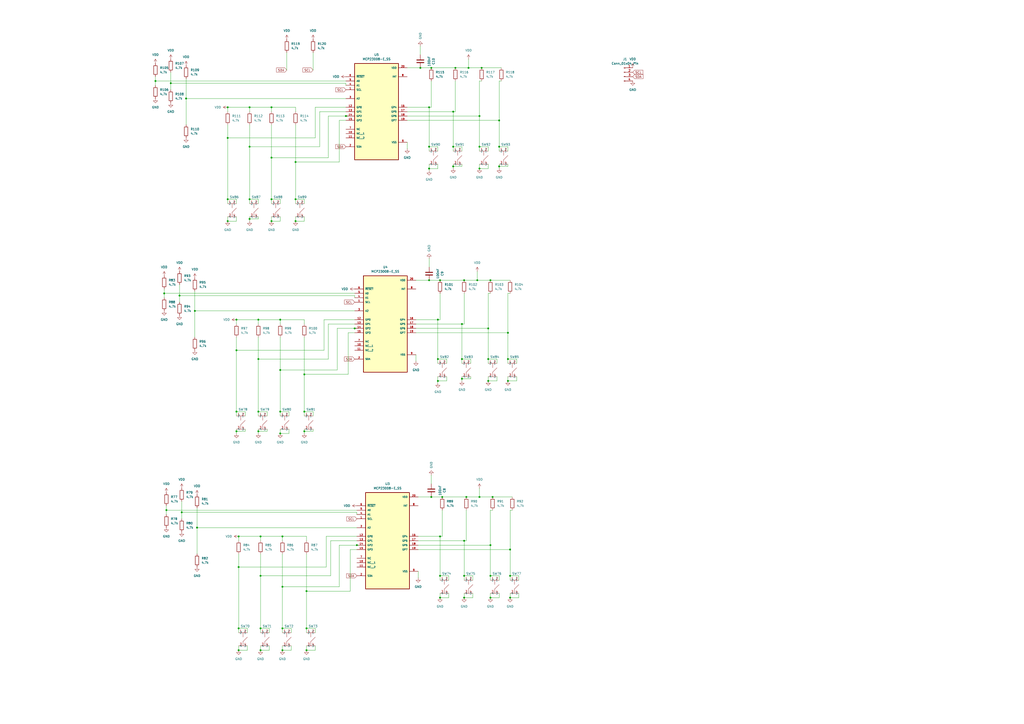
<source format=kicad_sch>
(kicad_sch (version 20250114) (generator "eeschema") (generator_version "9.0")
  (paper "A2")
  (junction (at 132.08 80.01))
  (junction (at 149.86 208.28))
  (junction (at 284.48 162.56))
  (junction (at 289.56 85.09))
  (junction (at 171.45 128.27))
  (junction (at 248.92 62.23))
  (junction (at 137.16 203.2))
  (junction (at 289.56 69.85))
  (junction (at 138.43 328.93))
  (junction (at 137.16 185.42))
  (junction (at 267.97 208.28))
  (junction (at 283.21 208.28))
  (junction (at 171.45 93.98))
  (junction (at 107.95 57.15))
  (junction (at 255.27 334.01))
  (junction (at 276.86 162.56))
  (junction (at 243.84 39.37))
  (junction (at 294.64 220.98))
  (junction (at 284.48 346.71))
  (junction (at 284.48 316.23))
  (junction (at 262.89 64.77))
  (junction (at 138.43 311.15))
  (junction (at 163.83 377.19))
  (junction (at 157.48 128.27))
  (junction (at 149.86 185.42))
  (junction (at 138.43 364.49))
  (junction (at 283.21 220.98))
  (junction (at 176.53 250.19))
  (junction (at 137.16 250.19))
  (junction (at 269.24 313.69))
  (junction (at 270.51 288.29))
  (junction (at 132.08 128.27))
  (junction (at 295.91 334.01))
  (junction (at 132.08 62.23))
  (junction (at 132.08 115.57))
  (junction (at 248.92 162.56))
  (junction (at 105.41 297.18))
  (junction (at 278.13 97.79))
  (junction (at 157.48 115.57))
  (junction (at 163.83 340.36))
  (junction (at 207.01 316.23))
  (junction (at 256.54 288.29))
  (junction (at 295.91 346.71))
  (junction (at 177.8 342.9))
  (junction (at 269.24 162.56))
  (junction (at 250.19 288.29))
  (junction (at 255.27 346.71))
  (junction (at 254 208.28))
  (junction (at 289.56 96.52))
  (junction (at 176.53 217.17))
  (junction (at 278.13 85.09))
  (junction (at 294.64 193.04))
  (junction (at 162.56 185.42))
  (junction (at 113.03 180.34))
  (junction (at 114.3 306.07))
  (junction (at 151.13 377.19))
  (junction (at 284.48 334.01))
  (junction (at 250.19 39.37))
  (junction (at 267.97 187.96))
  (junction (at 104.14 171.45))
  (junction (at 95.25 170.18))
  (junction (at 248.92 85.09))
  (junction (at 264.16 39.37))
  (junction (at 157.48 91.44))
  (junction (at 99.06 48.26))
  (junction (at 162.56 238.76))
  (junction (at 278.13 288.29))
  (junction (at 151.13 311.15))
  (junction (at 149.86 250.19))
  (junction (at 177.8 377.19))
  (junction (at 144.78 62.23))
  (junction (at 144.78 115.57))
  (junction (at 248.92 97.79))
  (junction (at 138.43 377.19))
  (junction (at 267.97 219.71))
  (junction (at 278.13 67.31))
  (junction (at 205.74 190.5))
  (junction (at 294.64 208.28))
  (junction (at 176.53 238.76))
  (junction (at 295.91 318.77))
  (junction (at 285.75 288.29))
  (junction (at 279.4 39.37))
  (junction (at 162.56 214.63))
  (junction (at 96.52 295.91))
  (junction (at 162.56 251.46))
  (junction (at 255.27 311.15))
  (junction (at 163.83 311.15))
  (junction (at 283.21 190.5))
  (junction (at 90.17 46.99))
  (junction (at 151.13 364.49))
  (junction (at 254 185.42))
  (junction (at 137.16 238.76))
  (junction (at 262.89 85.09))
  (junction (at 269.24 334.01))
  (junction (at 163.83 364.49))
  (junction (at 144.78 127))
  (junction (at 144.78 85.09))
  (junction (at 269.24 346.71))
  (junction (at 255.27 162.56))
  (junction (at 271.78 39.37))
  (junction (at 157.48 62.23))
  (junction (at 254 220.98))
  (junction (at 171.45 115.57))
  (junction (at 200.66 67.31))
  (junction (at 151.13 334.01))
  (junction (at 149.86 238.76))
  (junction (at 262.89 96.52))
  (junction (at 177.8 364.49))
  (wire (pts (xy 144.78 85.09) (xy 144.78 115.57)))
  (wire (pts (xy 149.86 208.28) (xy 149.86 238.76)))
  (wire (pts (xy 241.3 162.56) (xy 248.92 162.56)))
  (wire (pts (xy 205.74 185.42) (xy 187.96 185.42)))
  (wire (pts (xy 176.53 238.76) (xy 181.61 238.76)))
  (wire (pts (xy 138.43 311.15) (xy 138.43 313.69)))
  (wire (pts (xy 295.91 295.91) (xy 295.91 318.77)))
  (wire (pts (xy 283.21 87.63) (xy 283.21 85.09)))
  (wire (pts (xy 114.3 306.07) (xy 114.3 321.31)))
  (wire (pts (xy 207.01 190.5) (xy 205.74 190.5)))
  (wire (pts (xy 269.24 313.69) (xy 269.24 334.01)))
  (wire (pts (xy 283.21 170.18) (xy 283.21 190.5)))
  (wire (pts (xy 241.3 205.74) (xy 241.3 209.55)))
  (wire (pts (xy 269.24 170.18) (xy 269.24 187.96)))
  (wire (pts (xy 284.48 162.56) (xy 295.91 162.56)))
  (wire (pts (xy 191.77 334.01) (xy 191.77 313.69)))
  (wire (pts (xy 264.16 39.37) (xy 271.78 39.37)))
  (wire (pts (xy 294.64 87.63) (xy 294.64 85.09)))
  (wire (pts (xy 162.56 185.42) (xy 149.86 185.42)))
  (wire (pts (xy 107.95 57.15) (xy 200.66 57.15)))
  (wire (pts (xy 157.48 62.23) (xy 144.78 62.23)))
  (wire (pts (xy 163.83 321.31) (xy 163.83 340.36)))
  (wire (pts (xy 201.93 67.31) (xy 200.66 67.31)))
  (wire (pts (xy 278.13 288.29) (xy 285.75 288.29)))
  (wire (pts (xy 149.86 195.58) (xy 149.86 208.28)))
  (wire (pts (xy 138.43 321.31) (xy 138.43 328.93)))
  (wire (pts (xy 156.21 374.65) (xy 156.21 377.19)))
  (wire (pts (xy 138.43 374.65) (xy 138.43 377.19)))
  (wire (pts (xy 149.86 185.42) (xy 149.86 187.96)))
  (wire (pts (xy 262.89 96.52) (xy 267.97 96.52)))
  (wire (pts (xy 255.27 344.17) (xy 255.27 346.71)))
  (wire (pts (xy 289.56 96.52) (xy 289.56 97.79)))
  (wire (pts (xy 256.54 295.91) (xy 256.54 311.15)))
  (wire (pts (xy 294.64 95.25) (xy 294.64 96.52)))
  (wire (pts (xy 162.56 238.76) (xy 162.56 241.3)))
  (wire (pts (xy 162.56 125.73) (xy 162.56 128.27)))
  (wire (pts (xy 248.92 95.25) (xy 248.92 97.79)))
  (wire (pts (xy 248.92 97.79) (xy 248.92 99.06)))
  (wire (pts (xy 144.78 115.57) (xy 149.86 115.57)))
  (wire (pts (xy 181.61 248.92) (xy 181.61 250.19)))
  (wire (pts (xy 185.42 64.77) (xy 200.66 64.77)))
  (wire (pts (xy 295.91 344.17) (xy 295.91 346.71)))
  (wire (pts (xy 142.24 248.92) (xy 142.24 250.19)))
  (wire (pts (xy 154.94 248.92) (xy 154.94 250.19)))
  (wire (pts (xy 137.16 250.19) (xy 137.16 251.46)))
  (wire (pts (xy 99.06 48.26) (xy 99.06 52.07)))
  (wire (pts (xy 254 220.98) (xy 254 222.25)))
  (wire (pts (xy 138.43 328.93) (xy 189.23 328.93)))
  (wire (pts (xy 176.53 238.76) (xy 176.53 241.3)))
  (wire (pts (xy 149.86 208.28) (xy 190.5 208.28)))
  (wire (pts (xy 236.22 39.37) (xy 243.84 39.37)))
  (wire (pts (xy 176.53 185.42) (xy 162.56 185.42)))
  (wire (pts (xy 276.86 157.48) (xy 276.86 162.56)))
  (wire (pts (xy 254 95.25) (xy 254 97.79)))
  (wire (pts (xy 157.48 91.44) (xy 157.48 115.57)))
  (wire (pts (xy 294.64 193.04) (xy 294.64 208.28)))
  (wire (pts (xy 151.13 311.15) (xy 138.43 311.15)))
  (wire (pts (xy 267.97 219.71) (xy 273.05 219.71)))
  (wire (pts (xy 267.97 208.28) (xy 273.05 208.28)))
  (wire (pts (xy 278.13 85.09) (xy 283.21 85.09)))
  (wire (pts (xy 299.72 218.44) (xy 299.72 220.98)))
  (wire (pts (xy 248.92 62.23) (xy 250.19 62.23)))
  (wire (pts (xy 157.48 128.27) (xy 162.56 128.27)))
  (wire (pts (xy 171.45 115.57) (xy 176.53 115.57)))
  (wire (pts (xy 105.41 297.18) (xy 207.01 297.18)))
  (wire (pts (xy 271.78 34.29) (xy 271.78 39.37)))
  (wire (pts (xy 289.56 85.09) (xy 289.56 87.63)))
  (wire (pts (xy 163.83 374.65) (xy 163.83 377.19)))
  (wire (pts (xy 149.86 185.42) (xy 137.16 185.42)))
  (wire (pts (xy 278.13 283.21) (xy 278.13 288.29)))
  (wire (pts (xy 254 185.42) (xy 254 208.28)))
  (wire (pts (xy 144.78 62.23) (xy 132.08 62.23)))
  (wire (pts (xy 96.52 295.91) (xy 96.52 298.45)))
  (wire (pts (xy 144.78 125.73) (xy 144.78 127)))
  (wire (pts (xy 260.35 344.17) (xy 260.35 346.71)))
  (wire (pts (xy 260.35 336.55) (xy 260.35 334.01)))
  (wire (pts (xy 176.53 250.19) (xy 176.53 251.46)))
  (wire (pts (xy 171.45 128.27) (xy 176.53 128.27)))
  (wire (pts (xy 90.17 46.99) (xy 90.17 49.53)))
  (wire (pts (xy 137.16 128.27) (xy 132.08 128.27)))
  (wire (pts (xy 149.86 248.92) (xy 149.86 250.19)))
  (wire (pts (xy 283.21 208.28) (xy 288.29 208.28)))
  (wire (pts (xy 273.05 218.44) (xy 273.05 219.71)))
  (wire (pts (xy 196.85 316.23) (xy 196.85 340.36)))
  (wire (pts (xy 289.56 46.99) (xy 290.83 46.99)))
  (wire (pts (xy 171.45 115.57) (xy 171.45 118.11)))
  (wire (pts (xy 176.53 118.11) (xy 176.53 115.57)))
  (wire (pts (xy 200.66 67.31) (xy 190.5 67.31)))
  (wire (pts (xy 162.56 214.63) (xy 162.56 238.76)))
  (wire (pts (xy 190.5 208.28) (xy 190.5 187.96)))
  (wire (pts (xy 171.45 125.73) (xy 171.45 128.27)))
  (wire (pts (xy 151.13 377.19) (xy 156.21 377.19)))
  (wire (pts (xy 207.01 311.15) (xy 189.23 311.15)))
  (wire (pts (xy 157.48 115.57) (xy 157.48 118.11)))
  (wire (pts (xy 255.27 334.01) (xy 255.27 336.55)))
  (wire (pts (xy 248.92 162.56) (xy 255.27 162.56)))
  (wire (pts (xy 177.8 377.19) (xy 182.88 377.19)))
  (wire (pts (xy 288.29 210.82) (xy 288.29 208.28)))
  (wire (pts (xy 163.83 311.15) (xy 151.13 311.15)))
  (wire (pts (xy 289.56 95.25) (xy 289.56 96.52)))
  (wire (pts (xy 255.27 334.01) (xy 260.35 334.01)))
  (wire (pts (xy 242.57 318.77) (xy 295.91 318.77)))
  (wire (pts (xy 149.86 118.11) (xy 149.86 115.57)))
  (wire (pts (xy 278.13 97.79) (xy 283.21 97.79)))
  (wire (pts (xy 143.51 374.65) (xy 143.51 377.19)))
  (wire (pts (xy 289.56 96.52) (xy 294.64 96.52)))
  (wire (pts (xy 144.78 85.09) (xy 185.42 85.09)))
  (wire (pts (xy 137.16 250.19) (xy 142.24 250.19)))
  (wire (pts (xy 289.56 344.17) (xy 289.56 346.71)))
  (wire (pts (xy 176.53 250.19) (xy 181.61 250.19)))
  (wire (pts (xy 207.01 297.18) (xy 207.01 298.45)))
  (wire (pts (xy 300.99 336.55) (xy 300.99 334.01)))
  (wire (pts (xy 260.35 346.71) (xy 255.27 346.71)))
  (wire (pts (xy 151.13 321.31) (xy 151.13 334.01)))
  (wire (pts (xy 95.25 167.64) (xy 95.25 170.18)))
  (wire (pts (xy 191.77 313.69) (xy 207.01 313.69)))
  (wire (pts (xy 151.13 364.49) (xy 156.21 364.49)))
  (wire (pts (xy 162.56 238.76) (xy 167.64 238.76)))
  (wire (pts (xy 171.45 72.39) (xy 171.45 93.98)))
  (wire (pts (xy 177.8 374.65) (xy 177.8 377.19)))
  (wire (pts (xy 273.05 210.82) (xy 273.05 208.28)))
  (wire (pts (xy 113.03 168.91) (xy 113.03 180.34)))
  (wire (pts (xy 177.8 311.15) (xy 177.8 313.69)))
  (wire (pts (xy 182.88 367.03) (xy 182.88 364.49)))
  (wire (pts (xy 295.91 334.01) (xy 295.91 336.55)))
  (wire (pts (xy 149.86 127) (xy 144.78 127)))
  (wire (pts (xy 168.91 367.03) (xy 168.91 364.49)))
  (wire (pts (xy 236.22 69.85) (xy 289.56 69.85)))
  (wire (pts (xy 190.5 187.96) (xy 205.74 187.96)))
  (wire (pts (xy 236.22 82.55) (xy 236.22 86.36)))
  (wire (pts (xy 254 208.28) (xy 254 210.82)))
  (wire (pts (xy 279.4 39.37) (xy 290.83 39.37)))
  (wire (pts (xy 283.21 218.44) (xy 283.21 220.98)))
  (wire (pts (xy 142.24 241.3) (xy 142.24 238.76)))
  (wire (pts (xy 144.78 127) (xy 144.78 128.27)))
  (wire (pts (xy 162.56 185.42) (xy 162.56 187.96)))
  (wire (pts (xy 137.16 185.42) (xy 137.16 187.96)))
  (wire (pts (xy 207.01 318.77) (xy 203.2 318.77)))
  (wire (pts (xy 205.74 193.04) (xy 201.93 193.04)))
  (wire (pts (xy 176.53 195.58) (xy 176.53 217.17)))
  (wire (pts (xy 181.61 30.48) (xy 181.61 40.64)))
  (wire (pts (xy 176.53 125.73) (xy 176.53 128.27)))
  (wire (pts (xy 104.14 171.45) (xy 205.74 171.45)))
  (wire (pts (xy 144.78 115.57) (xy 144.78 118.11)))
  (wire (pts (xy 205.74 190.5) (xy 195.58 190.5)))
  (wire (pts (xy 208.28 316.23) (xy 207.01 316.23)))
  (wire (pts (xy 167.64 241.3) (xy 167.64 238.76)))
  (wire (pts (xy 157.48 125.73) (xy 157.48 128.27)))
  (wire (pts (xy 138.43 328.93) (xy 138.43 364.49)))
  (wire (pts (xy 201.93 193.04) (xy 201.93 217.17)))
  (wire (pts (xy 151.13 334.01) (xy 151.13 364.49)))
  (wire (pts (xy 149.86 238.76) (xy 154.94 238.76)))
  (wire (pts (xy 207.01 316.23) (xy 196.85 316.23)))
  (wire (pts (xy 243.84 39.37) (xy 250.19 39.37)))
  (wire (pts (xy 96.52 295.91) (xy 207.01 295.91)))
  (wire (pts (xy 255.27 311.15) (xy 256.54 311.15)))
  (wire (pts (xy 274.32 344.17) (xy 274.32 346.71)))
  (wire (pts (xy 241.3 185.42) (xy 254 185.42)))
  (wire (pts (xy 151.13 374.65) (xy 151.13 377.19)))
  (wire (pts (xy 242.57 316.23) (xy 284.48 316.23)))
  (wire (pts (xy 289.56 85.09) (xy 294.64 85.09)))
  (wire (pts (xy 157.48 62.23) (xy 157.48 64.77)))
  (wire (pts (xy 104.14 171.45) (xy 104.14 175.26)))
  (wire (pts (xy 200.66 62.23) (xy 182.88 62.23)))
  (wire (pts (xy 163.83 340.36) (xy 196.85 340.36)))
  (wire (pts (xy 262.89 64.77) (xy 264.16 64.77)))
  (wire (pts (xy 132.08 80.01) (xy 182.88 80.01)))
  (wire (pts (xy 259.08 220.98) (xy 254 220.98)))
  (wire (pts (xy 269.24 344.17) (xy 269.24 346.71)))
  (wire (pts (xy 162.56 214.63) (xy 195.58 214.63)))
  (wire (pts (xy 283.21 220.98) (xy 288.29 220.98)))
  (wire (pts (xy 132.08 125.73) (xy 132.08 128.27)))
  (wire (pts (xy 284.48 316.23) (xy 284.48 334.01)))
  (wire (pts (xy 157.48 115.57) (xy 162.56 115.57)))
  (wire (pts (xy 171.45 93.98) (xy 171.45 115.57)))
  (wire (pts (xy 269.24 334.01) (xy 274.32 334.01)))
  (wire (pts (xy 201.93 217.17) (xy 176.53 217.17)))
  (wire (pts (xy 254 185.42) (xy 255.27 185.42)))
  (wire (pts (xy 262.89 85.09) (xy 267.97 85.09)))
  (wire (pts (xy 289.56 336.55) (xy 289.56 334.01)))
  (wire (pts (xy 107.95 57.15) (xy 107.95 72.39)))
  (wire (pts (xy 259.08 218.44) (xy 259.08 220.98)))
  (wire (pts (xy 144.78 62.23) (xy 144.78 64.77)))
  (wire (pts (xy 149.86 238.76) (xy 149.86 241.3)))
  (wire (pts (xy 278.13 67.31) (xy 278.13 85.09)))
  (wire (pts (xy 276.86 162.56) (xy 284.48 162.56)))
  (wire (pts (xy 114.3 306.07) (xy 207.01 306.07)))
  (wire (pts (xy 241.3 193.04) (xy 294.64 193.04)))
  (wire (pts (xy 242.57 311.15) (xy 255.27 311.15)))
  (wire (pts (xy 138.43 364.49) (xy 138.43 367.03)))
  (wire (pts (xy 196.85 69.85) (xy 196.85 93.98)))
  (wire (pts (xy 254 97.79) (xy 248.92 97.79)))
  (wire (pts (xy 200.66 69.85) (xy 196.85 69.85)))
  (wire (pts (xy 163.83 377.19) (xy 168.91 377.19)))
  (wire (pts (xy 267.97 87.63) (xy 267.97 85.09)))
  (wire (pts (xy 284.48 334.01) (xy 289.56 334.01)))
  (wire (pts (xy 256.54 288.29) (xy 270.51 288.29)))
  (wire (pts (xy 241.3 190.5) (xy 283.21 190.5)))
  (wire (pts (xy 132.08 115.57) (xy 137.16 115.57)))
  (wire (pts (xy 295.91 318.77) (xy 295.91 334.01)))
  (wire (pts (xy 241.3 187.96) (xy 267.97 187.96)))
  (wire (pts (xy 267.97 219.71) (xy 267.97 220.98)))
  (wire (pts (xy 274.32 336.55) (xy 274.32 334.01)))
  (wire (pts (xy 278.13 46.99) (xy 279.4 46.99)))
  (wire (pts (xy 264.16 46.99) (xy 264.16 64.77)))
  (wire (pts (xy 270.51 288.29) (xy 278.13 288.29)))
  (wire (pts (xy 278.13 46.99) (xy 278.13 67.31)))
  (wire (pts (xy 248.92 85.09) (xy 254 85.09)))
  (wire (pts (xy 267.97 187.96) (xy 267.97 208.28)))
  (wire (pts (xy 185.42 85.09) (xy 185.42 64.77)))
  (wire (pts (xy 255.27 162.56) (xy 269.24 162.56)))
  (wire (pts (xy 262.89 85.09) (xy 262.89 87.63)))
  (wire (pts (xy 250.19 39.37) (xy 264.16 39.37)))
  (wire (pts (xy 243.84 26.67) (xy 243.84 31.75)))
  (wire (pts (xy 274.32 346.71) (xy 269.24 346.71)))
  (wire (pts (xy 254 208.28) (xy 259.08 208.28)))
  (wire (pts (xy 284.48 295.91) (xy 285.75 295.91)))
  (wire (pts (xy 250.19 288.29) (xy 256.54 288.29)))
  (wire (pts (xy 151.13 334.01) (xy 191.77 334.01)))
  (wire (pts (xy 300.99 346.71) (xy 295.91 346.71)))
  (wire (pts (xy 284.48 295.91) (xy 284.48 316.23)))
  (wire (pts (xy 248.92 62.23) (xy 248.92 85.09)))
  (wire (pts (xy 255.27 170.18) (xy 255.27 185.42)))
  (wire (pts (xy 283.21 208.28) (xy 283.21 210.82)))
  (wire (pts (xy 163.83 311.15) (xy 163.83 313.69)))
  (wire (pts (xy 289.56 46.99) (xy 289.56 69.85)))
  (wire (pts (xy 162.56 118.11) (xy 162.56 115.57)))
  (wire (pts (xy 182.88 62.23) (xy 182.88 80.01)))
  (wire (pts (xy 269.24 313.69) (xy 270.51 313.69)))
  (wire (pts (xy 113.03 180.34) (xy 113.03 195.58)))
  (wire (pts (xy 105.41 297.18) (xy 105.41 300.99)))
  (wire (pts (xy 171.45 62.23) (xy 157.48 62.23)))
  (wire (pts (xy 132.08 72.39) (xy 132.08 80.01)))
  (wire (pts (xy 177.8 364.49) (xy 177.8 367.03)))
  (wire (pts (xy 236.22 64.77) (xy 262.89 64.77)))
  (wire (pts (xy 171.45 62.23) (xy 171.45 64.77)))
  (wire (pts (xy 151.13 364.49) (xy 151.13 367.03)))
  (wire (pts (xy 137.16 238.76) (xy 142.24 238.76)))
  (wire (pts (xy 99.06 41.91) (xy 99.06 48.26)))
  (wire (pts (xy 200.66 48.26) (xy 200.66 49.53)))
  (wire (pts (xy 267.97 218.44) (xy 267.97 219.71)))
  (wire (pts (xy 176.53 185.42) (xy 176.53 187.96)))
  (wire (pts (xy 182.88 374.65) (xy 182.88 377.19)))
  (wire (pts (xy 195.58 190.5) (xy 195.58 214.63)))
  (wire (pts (xy 156.21 367.03) (xy 156.21 364.49)))
  (wire (pts (xy 177.8 364.49) (xy 182.88 364.49)))
  (wire (pts (xy 157.48 72.39) (xy 157.48 91.44)))
  (wire (pts (xy 294.64 208.28) (xy 294.64 210.82)))
  (wire (pts (xy 203.2 318.77) (xy 203.2 342.9)))
  (wire (pts (xy 250.19 46.99) (xy 250.19 62.23)))
  (wire (pts (xy 104.14 165.1) (xy 104.14 171.45)))
  (wire (pts (xy 294.64 170.18) (xy 294.64 193.04)))
  (wire (pts (xy 205.74 171.45) (xy 205.74 172.72)))
  (wire (pts (xy 162.56 248.92) (xy 162.56 251.46)))
  (wire (pts (xy 95.25 170.18) (xy 95.25 172.72)))
  (wire (pts (xy 177.8 342.9) (xy 177.8 364.49)))
  (wire (pts (xy 278.13 85.09) (xy 278.13 87.63)))
  (wire (pts (xy 154.94 241.3) (xy 154.94 238.76)))
  (wire (pts (xy 236.22 67.31) (xy 278.13 67.31)))
  (wire (pts (xy 132.08 115.57) (xy 132.08 118.11)))
  (wire (pts (xy 288.29 218.44) (xy 288.29 220.98)))
  (wire (pts (xy 300.99 344.17) (xy 300.99 346.71)))
  (wire (pts (xy 289.56 346.71) (xy 284.48 346.71)))
  (wire (pts (xy 137.16 248.92) (xy 137.16 250.19)))
  (wire (pts (xy 262.89 95.25) (xy 262.89 96.52)))
  (wire (pts (xy 267.97 208.28) (xy 267.97 210.82)))
  (wire (pts (xy 132.08 62.23) (xy 132.08 64.77)))
  (wire (pts (xy 167.64 251.46) (xy 162.56 251.46)))
  (wire (pts (xy 285.75 288.29) (xy 297.18 288.29)))
  (wire (pts (xy 259.08 210.82) (xy 259.08 208.28)))
  (wire (pts (xy 242.57 288.29) (xy 250.19 288.29)))
  (wire (pts (xy 114.3 294.64) (xy 114.3 306.07)))
  (wire (pts (xy 284.48 334.01) (xy 284.48 336.55)))
  (wire (pts (xy 138.43 364.49) (xy 143.51 364.49)))
  (wire (pts (xy 203.2 342.9) (xy 177.8 342.9)))
  (wire (pts (xy 278.13 95.25) (xy 278.13 97.79)))
  (wire (pts (xy 132.08 80.01) (xy 132.08 115.57)))
  (wire (pts (xy 96.52 293.37) (xy 96.52 295.91)))
  (wire (pts (xy 90.17 46.99) (xy 200.66 46.99)))
  (wire (pts (xy 294.64 170.18) (xy 295.91 170.18)))
  (wire (pts (xy 267.97 95.25) (xy 267.97 96.52)))
  (wire (pts (xy 137.16 125.73) (xy 137.16 128.27)))
  (wire (pts (xy 137.16 195.58) (xy 137.16 203.2)))
  (wire (pts (xy 137.16 238.76) (xy 137.16 241.3)))
  (wire (pts (xy 90.17 44.45) (xy 90.17 46.99)))
  (wire (pts (xy 166.37 30.48) (xy 166.37 40.64)))
  (wire (pts (xy 95.25 170.18) (xy 205.74 170.18)))
  (wire (pts (xy 190.5 67.31) (xy 190.5 91.44)))
  (wire (pts (xy 162.56 195.58) (xy 162.56 214.63)))
  (wire (pts (xy 295.91 334.01) (xy 300.99 334.01)))
  (wire (pts (xy 267.97 187.96) (xy 269.24 187.96)))
  (wire (pts (xy 163.83 364.49) (xy 163.83 367.03)))
  (wire (pts (xy 294.64 218.44) (xy 294.64 220.98)))
  (wire (pts (xy 176.53 217.17) (xy 176.53 238.76)))
  (wire (pts (xy 176.53 248.92) (xy 176.53 250.19)))
  (wire (pts (xy 149.86 125.73) (xy 149.86 127)))
  (wire (pts (xy 144.78 72.39) (xy 144.78 85.09)))
  (wire (pts (xy 187.96 185.42) (xy 187.96 203.2)))
  (wire (pts (xy 283.21 95.25) (xy 283.21 97.79)))
  (wire (pts (xy 283.21 190.5) (xy 283.21 208.28)))
  (wire (pts (xy 254 87.63) (xy 254 85.09)))
  (wire (pts (xy 177.8 321.31) (xy 177.8 342.9)))
  (wire (pts (xy 143.51 367.03) (xy 143.51 364.49)))
  (wire (pts (xy 189.23 311.15) (xy 189.23 328.93)))
  (wire (pts (xy 254 218.44) (xy 254 220.98)))
  (wire (pts (xy 262.89 96.52) (xy 262.89 97.79)))
  (wire (pts (xy 271.78 39.37) (xy 279.4 39.37)))
  (wire (pts (xy 295.91 295.91) (xy 297.18 295.91)))
  (wire (pts (xy 99.06 48.26) (xy 200.66 48.26)))
  (wire (pts (xy 242.57 313.69) (xy 269.24 313.69)))
  (wire (pts (xy 283.21 170.18) (xy 284.48 170.18)))
  (wire (pts (xy 107.95 45.72) (xy 107.95 57.15)))
  (wire (pts (xy 294.64 208.28) (xy 299.72 208.28)))
  (wire (pts (xy 270.51 295.91) (xy 270.51 313.69)))
  (wire (pts (xy 269.24 334.01) (xy 269.24 336.55)))
  (wire (pts (xy 105.41 290.83) (xy 105.41 297.18)))
  (wire (pts (xy 289.56 69.85) (xy 289.56 85.09)))
  (wire (pts (xy 181.61 241.3) (xy 181.61 238.76)))
  (wire (pts (xy 294.64 220.98) (xy 299.72 220.98)))
  (wire (pts (xy 163.83 340.36) (xy 163.83 364.49)))
  (wire (pts (xy 269.24 162.56) (xy 276.86 162.56)))
  (wire (pts (xy 149.86 250.19) (xy 154.94 250.19)))
  (wire (pts (xy 151.13 311.15) (xy 151.13 313.69)))
  (wire (pts (xy 299.72 210.82) (xy 299.72 208.28)))
  (wire (pts (xy 250.19 275.59) (xy 250.19 280.67)))
  (wire (pts (xy 248.92 149.86) (xy 248.92 154.94)))
  (wire (pts (xy 149.86 250.19) (xy 149.86 251.46)))
  (wire (pts (xy 157.48 91.44) (xy 190.5 91.44)))
  (wire (pts (xy 113.03 180.34) (xy 205.74 180.34)))
  (wire (pts (xy 262.89 64.77) (xy 262.89 85.09)))
  (wire (pts (xy 137.16 118.11) (xy 137.16 115.57)))
  (wire (pts (xy 137.16 203.2) (xy 187.96 203.2)))
  (wire (pts (xy 138.43 377.19) (xy 143.51 377.19)))
  (wire (pts (xy 163.83 364.49) (xy 168.91 364.49)))
  (wire (pts (xy 236.22 62.23) (xy 248.92 62.23)))
  (wire (pts (xy 255.27 311.15) (xy 255.27 334.01)))
  (wire (pts (xy 137.16 203.2) (xy 137.16 238.76)))
  (wire (pts (xy 242.57 331.47) (xy 242.57 335.28)))
  (wire (pts (xy 284.48 344.17) (xy 284.48 346.71)))
  (wire (pts (xy 196.85 93.98) (xy 171.45 93.98)))
  (wire (pts (xy 167.64 248.92) (xy 167.64 251.46)))
  (wire (pts (xy 177.8 311.15) (xy 163.83 311.15)))
  (wire (pts (xy 248.92 85.09) (xy 248.92 87.63)))
  (wire (pts (xy 168.91 374.65) (xy 168.91 377.19)))
  (global_label "SDA" (shape input) (at 207.01 334.01 180) (property "Intersheetrefs" "${INTERSHEET_REFS}" (effects (hide yes))))
  (global_label "SDA" (shape input) (at 205.74 208.28 180) (property "Intersheetrefs" "${INTERSHEET_REFS}" (effects (hide yes))))
  (global_label "SDA" (shape input) (at 166.37 40.64 180) (property "Intersheetrefs" "${INTERSHEET_REFS}" (effects (hide yes))))
  (global_label "SCL" (shape input) (at 207.01 300.99 180) (property "Intersheetrefs" "${INTERSHEET_REFS}" (effects (hide yes))))
  (global_label "SCL" (shape input) (at 181.61 40.64 180) (property "Intersheetrefs" "${INTERSHEET_REFS}" (effects (hide yes))))
  (global_label "SDA" (shape input) (at 367.03 44.45 0) (property "Intersheetrefs" "${INTERSHEET_REFS}" (effects (hide yes))))
  (global_label "SCL" (shape input) (at 200.66 52.07 180) (property "Intersheetrefs" "${INTERSHEET_REFS}" (effects (hide yes))))
  (global_label "SCL" (shape input) (at 367.03 41.91 0) (property "Intersheetrefs" "${INTERSHEET_REFS}" (effects (hide yes))))
  (global_label "SCL" (shape input) (at 205.74 175.26 180) (property "Intersheetrefs" "${INTERSHEET_REFS}" (effects (hide yes))))
  (global_label "SDA" (shape input) (at 200.66 85.09 180) (property "Intersheetrefs" "${INTERSHEET_REFS}" (effects (hide yes))))
  (symbol (lib_id "Device:R") (at 264.16 43.18 0) (unit 1)
    (property "Reference" "R116" (at 266.7 41.9099 0) (effects (justify left)))
    (property "Value" "4.7k" (at 266.7 44.4499 0) (effects (justify left)))
    (property "Footprint" "Resistor_SMD:R_0201_0603Metric" (effects (hide yes)))
    (property "Description" "Resistor" (effects (hide yes)))
  )
  (symbol (lib_id "power:GND") (at 294.64 220.98 0) (unit 1)
    (property "Reference" "#PWR0134" (effects (hide yes)))
    (property "Value" "GND" (at 294.64 226.06 0))
    (property "Description" "Power symbol creates a global label with name \"GND\" , ground" (effects (hide yes)))
  )
  (symbol (lib_id "power:GND") (at 367.03 46.99 0) (unit 1)
    (property "Reference" "#PWR0166" (effects (hide yes)))
    (property "Value" "GND" (at 367.03 52.07 0))
    (property "Description" "Power symbol creates a global label with name \"GND\" , ground" (effects (hide yes)))
  )
  (symbol (lib_id "Device:R") (at 96.52 289.56 0) (unit 1)
    (property "Reference" "R77" (at 99.06 288.2899 0) (effects (justify left)))
    (property "Value" "4.7k" (at 99.06 290.8299 0) (effects (justify left)))
    (property "Footprint" "Resistor_SMD:R_0201_0603Metric" (effects (hide yes)))
    (property "Description" "Resistor" (effects (hide yes)))
  )
  (symbol (lib_id "Device:R") (at 162.56 191.77 0) (unit 1)
    (property "Reference" "R99" (at 165.1 190.4999 0) (effects (justify left)))
    (property "Value" "4.7k" (at 165.1 193.0399 0) (effects (justify left)))
    (property "Footprint" "Resistor_SMD:R_0201_0603Metric" (effects (hide yes)))
    (property "Description" "Resistor" (effects (hide yes)))
  )
  (symbol (lib_id "power:GND") (at 104.14 182.88 0) (unit 1)
    (property "Reference" "#PWR0119" (effects (hide yes)))
    (property "Value" "GND" (at 104.14 187.96 0))
    (property "Description" "Power symbol creates a global label with name \"GND\" , ground" (effects (hide yes)))
  )
  (symbol (lib_id "power:GND") (at 157.48 128.27 0) (unit 1)
    (property "Reference" "#PWR0144" (effects (hide yes)))
    (property "Value" "GND" (at 157.48 133.35 0))
    (property "Description" "Power symbol creates a global label with name \"GND\" , ground" (effects (hide yes)))
  )
  (symbol (lib_id "TPS530:PTS530") (at 256.54 214.63 0) (unit 1)
    (property "Reference" "SW82" (at 257.81 207.01 0))
    (property "Value" "~" (at 257.81 209.55 0))
    (property "Footprint" "Library:PTS530" (effects (hide yes)))
  )
  (symbol (lib_id "power:VCC") (at 181.61 22.86 0) (unit 1)
    (property "Reference" "#PWR0155" (effects (hide yes)))
    (property "Value" "VDD" (at 181.61 17.78 0))
    (property "Description" "Power symbol creates a global label with name \"VCC\"" (effects (hide yes)))
  )
  (symbol (lib_id "MCP23008-E_SS:MCP23008-E_SS") (at 224.79 311.15 0) (unit 1)
    (property "Reference" "U3" (at 224.79 280.67 0))
    (property "Value" "MCP23008-E_SS" (at 224.79 283.21 0))
    (property "Footprint" "MCP23008-E_SS:SOP65P780X200-20N" (effects (hide yes)))
  )
  (symbol (lib_id "TPS530:PTS530") (at 265.43 91.44 0) (unit 1)
    (property "Reference" "SW91" (at 266.7 83.82 0))
    (property "Value" "~" (at 266.7 86.36 0))
    (property "Footprint" "Library:PTS530" (effects (hide yes)))
  )
  (symbol (lib_id "TPS530:PTS530") (at 257.81 340.36 0) (unit 1)
    (property "Reference" "SW74" (at 259.08 332.74 0))
    (property "Value" "~" (at 259.08 335.28 0))
    (property "Footprint" "Library:PTS530" (effects (hide yes)))
  )
  (symbol (lib_id "power:VCC") (at 107.95 38.1 0) (unit 1)
    (property "Reference" "#PWR0158" (effects (hide yes)))
    (property "Value" "VDD" (at 107.95 33.02 0))
    (property "Description" "Power symbol creates a global label with name \"VCC\"" (effects (hide yes)))
  )
  (symbol (lib_id "TPS530:PTS530") (at 270.51 214.63 0) (unit 1)
    (property "Reference" "SW83" (at 271.78 207.01 0))
    (property "Value" "~" (at 271.78 209.55 0))
    (property "Footprint" "Library:PTS530" (effects (hide yes)))
  )
  (symbol (lib_id "Device:R") (at 181.61 26.67 0) (unit 1)
    (property "Reference" "R120" (at 184.15 25.3999 0) (effects (justify left)))
    (property "Value" "4.7k" (at 184.15 27.9399 0) (effects (justify left)))
    (property "Footprint" "Resistor_SMD:R_0201_0603Metric" (effects (hide yes)))
    (property "Description" "Resistor" (effects (hide yes)))
  )
  (symbol (lib_id "Device:R") (at 90.17 53.34 0) (unit 1)
    (property "Reference" "R106" (at 92.71 52.0699 0) (effects (justify left)))
    (property "Value" "4.7k" (at 92.71 54.6099 0) (effects (justify left)))
    (property "Footprint" "Resistor_SMD:R_0201_0603Metric" (effects (hide yes)))
    (property "Description" "Resistor" (effects (hide yes)))
  )
  (symbol (lib_id "power:GND") (at 255.27 346.71 0) (unit 1)
    (property "Reference" "#PWR0113" (effects (hide yes)))
    (property "Value" "GND" (at 255.27 351.79 0))
    (property "Description" "Power symbol creates a global label with name \"GND\" , ground" (effects (hide yes)))
  )
  (symbol (lib_id "power:GND") (at 289.56 97.79 0) (unit 1)
    (property "Reference" "#PWR0153" (effects (hide yes)))
    (property "Value" "GND" (at 289.56 102.87 0))
    (property "Description" "Power symbol creates a global label with name \"GND\" , ground" (effects (hide yes)))
  )
  (symbol (lib_id "power:VCC") (at 367.03 39.37 0) (unit 1)
    (property "Reference" "#PWR0165" (effects (hide yes)))
    (property "Value" "VDD" (at 367.03 34.29 0))
    (property "Description" "Power symbol creates a global label with name \"VCC\"" (effects (hide yes)))
  )
  (symbol (lib_id "Device:R") (at 177.8 317.5 0) (unit 1)
    (property "Reference" "R87" (at 180.34 316.2299 0) (effects (justify left)))
    (property "Value" "4.7k" (at 180.34 318.7699 0) (effects (justify left)))
    (property "Footprint" "Resistor_SMD:R_0201_0603Metric" (effects (hide yes)))
    (property "Description" "Resistor" (effects (hide yes)))
  )
  (symbol (lib_id "Device:R") (at 138.43 317.5 0) (unit 1)
    (property "Reference" "R84" (at 140.97 316.2299 0) (effects (justify left)))
    (property "Value" "4.7k" (at 140.97 318.7699 0) (effects (justify left)))
    (property "Footprint" "Resistor_SMD:R_0201_0603Metric" (effects (hide yes)))
    (property "Description" "Resistor" (effects (hide yes)))
  )
  (symbol (lib_id "power:GND") (at 113.03 203.2 0) (unit 1)
    (property "Reference" "#PWR0121" (effects (hide yes)))
    (property "Value" "GND" (at 113.03 208.28 0))
    (property "Description" "Power symbol creates a global label with name \"GND\" , ground" (effects (hide yes)))
  )
  (symbol (lib_id "TPS530:PTS530") (at 298.45 340.36 0) (unit 1)
    (property "Reference" "SW77" (at 299.72 332.74 0))
    (property "Value" "~" (at 299.72 335.28 0))
    (property "Footprint" "Library:PTS530" (effects (hide yes)))
  )
  (symbol (lib_id "Device:R") (at 166.37 26.67 0) (unit 1)
    (property "Reference" "R119" (at 168.91 25.3999 0) (effects (justify left)))
    (property "Value" "4.7k" (at 168.91 27.9399 0) (effects (justify left)))
    (property "Footprint" "Resistor_SMD:R_0201_0603Metric" (effects (hide yes)))
    (property "Description" "Resistor" (effects (hide yes)))
  )
  (symbol (lib_id "power:VCC") (at 95.25 160.02 0) (unit 1)
    (property "Reference" "#PWR0159" (effects (hide yes)))
    (property "Value" "VDD" (at 95.25 154.94 0))
    (property "Description" "Power symbol creates a global label with name \"VCC\"" (effects (hide yes)))
  )
  (symbol (lib_id "power:GND") (at 171.45 128.27 0) (unit 1)
    (property "Reference" "#PWR0145" (effects (hide yes)))
    (property "Value" "GND" (at 171.45 133.35 0))
    (property "Description" "Power symbol creates a global label with name \"GND\" , ground" (effects (hide yes)))
  )
  (symbol (lib_id "TPS530:PTS530") (at 297.18 214.63 0) (unit 1)
    (property "Reference" "SW85" (at 298.45 207.01 0))
    (property "Value" "~" (at 298.45 209.55 0))
    (property "Footprint" "Library:PTS530" (effects (hide yes)))
  )
  (symbol (lib_id "MCP23008-E_SS:MCP23008-E_SS") (at 218.44 62.23 0) (unit 1)
    (property "Reference" "U5" (at 218.44 31.75 0))
    (property "Value" "MCP23008-E_SS" (at 218.44 34.29 0))
    (property "Footprint" "MCP23008-E_SS:SOP65P780X200-20N" (effects (hide yes)))
  )
  (symbol (lib_id "TPS530:PTS530") (at 139.7 245.11 0) (unit 1)
    (property "Reference" "SW78" (at 140.97 237.49 0))
    (property "Value" "~" (at 140.97 240.03 0))
    (property "Footprint" "Library:PTS530" (effects (hide yes)))
  )
  (symbol (lib_id "Device:R") (at 95.25 176.53 0) (unit 1)
    (property "Reference" "R88" (at 97.79 175.2599 0) (effects (justify left)))
    (property "Value" "4.7k" (at 97.79 177.7999 0) (effects (justify left)))
    (property "Footprint" "Resistor_SMD:R_0201_0603Metric" (effects (hide yes)))
    (property "Description" "Resistor" (effects (hide yes)))
  )
  (symbol (lib_id "power:GND") (at 151.13 377.19 0) (unit 1)
    (property "Reference" "#PWR0106" (effects (hide yes)))
    (property "Value" "GND" (at 151.13 382.27 0))
    (property "Description" "Power symbol creates a global label with name \"GND\" , ground" (effects (hide yes)))
  )
  (symbol (lib_id "power:VCC") (at 278.13 283.21 0) (unit 1)
    (property "Reference" "#PWR0117" (effects (hide yes)))
    (property "Value" "VDD" (at 278.13 278.13 0))
    (property "Description" "Power symbol creates a global label with name \"VCC\"" (effects (hide yes)))
  )
  (symbol (lib_id "power:VCC") (at 96.52 285.75 0) (unit 1)
    (property "Reference" "#PWR0162" (effects (hide yes)))
    (property "Value" "VDD" (at 96.52 280.67 0))
    (property "Description" "Power symbol creates a global label with name \"VCC\"" (effects (hide yes)))
  )
  (symbol (lib_id "Device:R") (at 99.06 55.88 0) (unit 1)
    (property "Reference" "R108" (at 101.6 54.6099 0) (effects (justify left)))
    (property "Value" "4.7k" (at 101.6 57.1499 0) (effects (justify left)))
    (property "Footprint" "Resistor_SMD:R_0201_0603Metric" (effects (hide yes)))
    (property "Description" "Resistor" (effects (hide yes)))
  )
  (symbol (lib_id "power:VCC") (at 207.01 293.37 90) (unit 1)
    (property "Reference" "#PWR0110" (effects (hide yes)))
    (property "Value" "VDD" (at 203.2 293.3699 90) (effects (justify left)))
    (property "Description" "Power symbol creates a global label with name \"VCC\"" (effects (hide yes)))
  )
  (symbol (lib_id "power:GND") (at 243.84 26.67 180) (unit 1)
    (property "Reference" "#PWR0148" (effects (hide yes)))
    (property "Value" "GND" (at 243.8401 22.86 90) (effects (justify right)))
    (property "Description" "Power symbol creates a global label with name \"GND\" , ground" (effects (hide yes)))
  )
  (symbol (lib_id "power:GND") (at 105.41 308.61 0) (unit 1)
    (property "Reference" "#PWR0100" (effects (hide yes)))
    (property "Value" "GND" (at 105.41 313.69 0))
    (property "Description" "Power symbol creates a global label with name \"GND\" , ground" (effects (hide yes)))
  )
  (symbol (lib_id "power:GND") (at 177.8 377.19 0) (unit 1)
    (property "Reference" "#PWR0108" (effects (hide yes)))
    (property "Value" "GND" (at 177.8 382.27 0))
    (property "Description" "Power symbol creates a global label with name \"GND\" , ground" (effects (hide yes)))
  )
  (symbol (lib_id "Device:R") (at 163.83 317.5 0) (unit 1)
    (property "Reference" "R86" (at 166.37 316.2299 0) (effects (justify left)))
    (property "Value" "4.7k" (at 166.37 318.7699 0) (effects (justify left)))
    (property "Footprint" "Resistor_SMD:R_0201_0603Metric" (effects (hide yes)))
    (property "Description" "Resistor" (effects (hide yes)))
  )
  (symbol (lib_id "Device:R") (at 90.17 40.64 0) (unit 1)
    (property "Reference" "R105" (at 92.71 39.3699 0) (effects (justify left)))
    (property "Value" "4.7k" (at 92.71 41.9099 0) (effects (justify left)))
    (property "Footprint" "Resistor_SMD:R_0201_0603Metric" (effects (hide yes)))
    (property "Description" "Resistor" (effects (hide yes)))
  )
  (symbol (lib_id "power:GND") (at 96.52 306.07 0) (unit 1)
    (property "Reference" "#PWR098" (effects (hide yes)))
    (property "Value" "GND" (at 96.52 311.15 0))
    (property "Description" "Power symbol creates a global label with name \"GND\" , ground" (effects (hide yes)))
  )
  (symbol (lib_id "power:GND") (at 90.17 57.15 0) (unit 1)
    (property "Reference" "#PWR0136" (effects (hide yes)))
    (property "Value" "GND" (at 90.17 62.23 0))
    (property "Description" "Power symbol creates a global label with name \"GND\" , ground" (effects (hide yes)))
  )
  (symbol (lib_id "TPS530:PTS530") (at 180.34 370.84 0) (unit 1)
    (property "Reference" "SW73" (at 181.61 363.22 0))
    (property "Value" "~" (at 181.61 365.76 0))
    (property "Footprint" "Library:PTS530" (effects (hide yes)))
  )
  (symbol (lib_id "power:GND") (at 114.3 328.93 0) (unit 1)
    (property "Reference" "#PWR0102" (effects (hide yes)))
    (property "Value" "GND" (at 114.3 334.01 0))
    (property "Description" "Power symbol creates a global label with name \"GND\" , ground" (effects (hide yes)))
  )
  (symbol (lib_id "TPS530:PTS530") (at 173.99 121.92 0) (unit 1)
    (property "Reference" "SW89" (at 175.26 114.3 0))
    (property "Value" "~" (at 175.26 116.84 0))
    (property "Footprint" "Library:PTS530" (effects (hide yes)))
  )
  (symbol (lib_id "Device:R") (at 114.3 290.83 0) (unit 1)
    (property "Reference" "R81" (at 116.84 289.5599 0) (effects (justify left)))
    (property "Value" "4.7k" (at 116.84 292.0999 0) (effects (justify left)))
    (property "Footprint" "Resistor_SMD:R_0201_0603Metric" (effects (hide yes)))
    (property "Description" "Resistor" (effects (hide yes)))
  )
  (symbol (lib_id "Device:C") (at 250.19 284.48 0) (unit 1)
    (property "Reference" "C8" (at 257.81 284.48 90))
    (property "Value" "100nF" (at 255.27 284.48 90))
    (property "Footprint" "Capacitor_SMD:C_0201_0603Metric" (effects (hide yes)))
    (property "Description" "Unpolarized capacitor" (effects (hide yes)))
  )
  (symbol (lib_id "Connector:Conn_01x04_Pin") (at 361.95 41.91 0) (unit 1)
    (property "Reference" "J1" (at 362.585 34.29 0))
    (property "Value" "Conn_01x04_Pin" (at 362.585 36.83 0))
    (property "Footprint" "Connector_JST:JST_EH_B4B-EH-A_1x04_P2.50mm_Vertical" (effects (hide yes)))
    (property "Description" "Generic connector, single row, 01x04, script generated" (effects (hide yes)))
  )
  (symbol (lib_id "power:GND") (at 162.56 251.46 0) (unit 1)
    (property "Reference" "#PWR0125" (effects (hide yes)))
    (property "Value" "GND" (at 162.56 256.54 0))
    (property "Description" "Power symbol creates a global label with name \"GND\" , ground" (effects (hide yes)))
  )
  (symbol (lib_id "Device:R") (at 105.41 287.02 0) (unit 1)
    (property "Reference" "R79" (at 107.95 285.7499 0) (effects (justify left)))
    (property "Value" "4.7k" (at 107.95 288.2899 0) (effects (justify left)))
    (property "Footprint" "Resistor_SMD:R_0201_0603Metric" (effects (hide yes)))
    (property "Description" "Resistor" (effects (hide yes)))
  )
  (symbol (lib_id "power:VCC") (at 200.66 44.45 90) (unit 1)
    (property "Reference" "#PWR0146" (effects (hide yes)))
    (property "Value" "VDD" (at 196.85 44.4499 90) (effects (justify left)))
    (property "Description" "Power symbol creates a global label with name \"VCC\"" (effects (hide yes)))
  )
  (symbol (lib_id "Device:R") (at 270.51 292.1 0) (unit 1)
    (property "Reference" "R90" (at 273.05 290.8299 0) (effects (justify left)))
    (property "Value" "4.7k" (at 273.05 293.3699 0) (effects (justify left)))
    (property "Footprint" "Resistor_SMD:R_0201_0603Metric" (effects (hide yes)))
    (property "Description" "Resistor" (effects (hide yes)))
  )
  (symbol (lib_id "power:VCC") (at 166.37 22.86 0) (unit 1)
    (property "Reference" "#PWR0154" (effects (hide yes)))
    (property "Value" "VDD" (at 166.37 17.78 0))
    (property "Description" "Power symbol creates a global label with name \"VCC\"" (effects (hide yes)))
  )
  (symbol (lib_id "TPS530:PTS530") (at 292.1 91.44 0) (unit 1)
    (property "Reference" "SW93" (at 293.37 83.82 0))
    (property "Value" "~" (at 293.37 86.36 0))
    (property "Footprint" "Library:PTS530" (effects (hide yes)))
  )
  (symbol (lib_id "power:VCC") (at 276.86 157.48 0) (unit 1)
    (property "Reference" "#PWR0132" (effects (hide yes)))
    (property "Value" "VDD" (at 276.86 152.4 0))
    (property "Description" "Power symbol creates a global label with name \"VCC\"" (effects (hide yes)))
  )
  (symbol (lib_id "power:GND") (at 137.16 251.46 0) (unit 1)
    (property "Reference" "#PWR0123" (effects (hide yes)))
    (property "Value" "GND" (at 137.16 256.54 0))
    (property "Description" "Power symbol creates a global label with name \"GND\" , ground" (effects (hide yes)))
  )
  (symbol (lib_id "Device:C") (at 248.92 158.75 0) (unit 1)
    (property "Reference" "C9" (at 256.54 158.75 90))
    (property "Value" "100nF" (at 254 158.75 90))
    (property "Footprint" "Capacitor_SMD:C_0201_0603Metric" (effects (hide yes)))
    (property "Description" "Unpolarized capacitor" (effects (hide yes)))
  )
  (symbol (lib_id "TPS530:PTS530") (at 251.46 91.44 0) (unit 1)
    (property "Reference" "SW90" (at 252.73 83.82 0))
    (property "Value" "~" (at 252.73 86.36 0))
    (property "Footprint" "Library:PTS530" (effects (hide yes)))
  )
  (symbol (lib_id "Device:R") (at 96.52 302.26 0) (unit 1)
    (property "Reference" "R78" (at 99.06 300.9899 0) (effects (justify left)))
    (property "Value" "4.7k" (at 99.06 303.5299 0) (effects (justify left)))
    (property "Footprint" "Resistor_SMD:R_0201_0603Metric" (effects (hide yes)))
    (property "Description" "Resistor" (effects (hide yes)))
  )
  (symbol (lib_id "Device:R") (at 144.78 68.58 0) (unit 1)
    (property "Reference" "R112" (at 147.32 67.3099 0) (effects (justify left)))
    (property "Value" "4.7k" (at 147.32 69.8499 0) (effects (justify left)))
    (property "Footprint" "Resistor_SMD:R_0201_0603Metric" (effects (hide yes)))
    (property "Description" "Resistor" (effects (hide yes)))
  )
  (symbol (lib_id "Device:C") (at 243.84 35.56 0) (unit 1)
    (property "Reference" "C10" (at 251.46 35.56 90))
    (property "Value" "100nF" (at 248.92 35.56 90))
    (property "Footprint" "Capacitor_SMD:C_0201_0603Metric" (effects (hide yes)))
    (property "Description" "Unpolarized capacitor" (effects (hide yes)))
  )
  (symbol (lib_id "Device:R") (at 171.45 68.58 0) (unit 1)
    (property "Reference" "R114" (at 173.99 67.3099 0) (effects (justify left)))
    (property "Value" "4.7k" (at 173.99 69.8499 0) (effects (justify left)))
    (property "Footprint" "Resistor_SMD:R_0201_0603Metric" (effects (hide yes)))
    (property "Description" "Resistor" (effects (hide yes)))
  )
  (symbol (lib_id "TPS530:PTS530") (at 287.02 340.36 0) (unit 1)
    (property "Reference" "SW76" (at 288.29 332.74 0))
    (property "Value" "~" (at 288.29 335.28 0))
    (property "Footprint" "Library:PTS530" (effects (hide yes)))
  )
  (symbol (lib_id "power:GND") (at 254 222.25 0) (unit 1)
    (property "Reference" "#PWR0130" (effects (hide yes)))
    (property "Value" "GND" (at 254 227.33 0))
    (property "Description" "Power symbol creates a global label with name \"GND\" , ground" (effects (hide yes)))
  )
  (symbol (lib_id "TPS530:PTS530") (at 179.07 245.11 0) (unit 1)
    (property "Reference" "SW81" (at 180.34 237.49 0))
    (property "Value" "~" (at 180.34 240.03 0))
    (property "Footprint" "Library:PTS530" (effects (hide yes)))
  )
  (symbol (lib_id "power:GND") (at 242.57 335.28 0) (unit 1)
    (property "Reference" "#PWR0111" (effects (hide yes)))
    (property "Value" "GND" (at 242.57 340.36 0))
    (property "Description" "Power symbol creates a global label with name \"GND\" , ground" (effects (hide yes)))
  )
  (symbol (lib_id "TPS530:PTS530") (at 153.67 370.84 0) (unit 1)
    (property "Reference" "SW71" (at 154.94 363.22 0))
    (property "Value" "~" (at 154.94 365.76 0))
    (property "Footprint" "Library:PTS530" (effects (hide yes)))
  )
  (symbol (lib_id "MCP23008-E_SS:MCP23008-E_SS") (at 223.52 185.42 0) (unit 1)
    (property "Reference" "U4" (at 223.52 154.94 0))
    (property "Value" "MCP23008-E_SS" (at 223.52 157.48 0))
    (property "Footprint" "MCP23008-E_SS:SOP65P780X200-20N" (effects (hide yes)))
  )
  (symbol (lib_id "TPS530:PTS530") (at 147.32 121.92 0) (unit 1)
    (property "Reference" "SW87" (at 148.59 114.3 0))
    (property "Value" "~" (at 148.59 116.84 0))
    (property "Footprint" "Library:PTS530" (effects (hide yes)))
  )
  (symbol (lib_id "power:GND") (at 236.22 86.36 0) (unit 1)
    (property "Reference" "#PWR0147" (effects (hide yes)))
    (property "Value" "GND" (at 236.22 91.44 0))
    (property "Description" "Power symbol creates a global label with name \"GND\" , ground" (effects (hide yes)))
  )
  (symbol (lib_id "TPS530:PTS530") (at 166.37 370.84 0) (unit 1)
    (property "Reference" "SW72" (at 167.64 363.22 0))
    (property "Value" "~" (at 167.64 365.76 0))
    (property "Footprint" "Library:PTS530" (effects (hide yes)))
  )
  (symbol (lib_id "Device:R") (at 114.3 325.12 0) (unit 1)
    (property "Reference" "R82" (at 116.84 323.8499 0) (effects (justify left)))
    (property "Value" "4.7k" (at 116.84 326.3899 0) (effects (justify left)))
    (property "Footprint" "Resistor_SMD:R_0201_0603Metric" (effects (hide yes)))
    (property "Description" "Resistor" (effects (hide yes)))
  )
  (symbol (lib_id "Device:R") (at 113.03 199.39 0) (unit 1)
    (property "Reference" "R96" (at 115.57 198.1199 0) (effects (justify left)))
    (property "Value" "4.7k" (at 115.57 200.6599 0) (effects (justify left)))
    (property "Footprint" "Resistor_SMD:R_0201_0603Metric" (effects (hide yes)))
    (property "Description" "Resistor" (effects (hide yes)))
  )
  (symbol (lib_id "power:GND") (at 176.53 251.46 0) (unit 1)
    (property "Reference" "#PWR0126" (effects (hide yes)))
    (property "Value" "GND" (at 176.53 256.54 0))
    (property "Description" "Power symbol creates a global label with name \"GND\" , ground" (effects (hide yes)))
  )
  (symbol (lib_id "Device:R") (at 113.03 165.1 0) (unit 1)
    (property "Reference" "R95" (at 115.57 163.8299 0) (effects (justify left)))
    (property "Value" "4.7k" (at 115.57 166.3699 0) (effects (justify left)))
    (property "Footprint" "Resistor_SMD:R_0201_0603Metric" (effects (hide yes)))
    (property "Description" "Resistor" (effects (hide yes)))
  )
  (symbol (lib_id "power:GND") (at 144.78 128.27 0) (unit 1)
    (property "Reference" "#PWR0143" (effects (hide yes)))
    (property "Value" "GND" (at 144.78 133.35 0))
    (property "Description" "Power symbol creates a global label with name \"GND\" , ground" (effects (hide yes)))
  )
  (symbol (lib_id "Device:R") (at 104.14 161.29 0) (unit 1)
    (property "Reference" "R93" (at 106.68 160.0199 0) (effects (justify left)))
    (property "Value" "4.7k" (at 106.68 162.5599 0) (effects (justify left)))
    (property "Footprint" "Resistor_SMD:R_0201_0603Metric" (effects (hide yes)))
    (property "Description" "Resistor" (effects (hide yes)))
  )
  (symbol (lib_id "power:GND") (at 138.43 377.19 0) (unit 1)
    (property "Reference" "#PWR0105" (effects (hide yes)))
    (property "Value" "GND" (at 138.43 382.27 0))
    (property "Description" "Power symbol creates a global label with name \"GND\" , ground" (effects (hide yes)))
  )
  (symbol (lib_id "power:VCC") (at 105.41 283.21 0) (unit 1)
    (property "Reference" "#PWR0163" (effects (hide yes)))
    (property "Value" "VDD" (at 105.41 278.13 0))
    (property "Description" "Power symbol creates a global label with name \"VCC\"" (effects (hide yes)))
  )
  (symbol (lib_id "power:GND") (at 283.21 220.98 0) (unit 1)
    (property "Reference" "#PWR0133" (effects (hide yes)))
    (property "Value" "GND" (at 283.21 226.06 0))
    (property "Description" "Power symbol creates a global label with name \"GND\" , ground" (effects (hide yes)))
  )
  (symbol (lib_id "Device:R") (at 137.16 191.77 0) (unit 1)
    (property "Reference" "R97" (at 139.7 190.4999 0) (effects (justify left)))
    (property "Value" "4.7k" (at 139.7 193.0399 0) (effects (justify left)))
    (property "Footprint" "Resistor_SMD:R_0201_0603Metric" (effects (hide yes)))
    (property "Description" "Resistor" (effects (hide yes)))
  )
  (symbol (lib_id "power:VCC") (at 137.16 185.42 90) (unit 1)
    (property "Reference" "#PWR0122" (effects (hide yes)))
    (property "Value" "VDD" (at 133.35 185.4199 90) (effects (justify left)))
    (property "Description" "Power symbol creates a global label with name \"VCC\"" (effects (hide yes)))
  )
  (symbol (lib_id "power:VCC") (at 138.43 311.15 90) (unit 1)
    (property "Reference" "#PWR0104" (effects (hide yes)))
    (property "Value" "VDD" (at 134.62 311.1499 90) (effects (justify left)))
    (property "Description" "Power symbol creates a global label with name \"VCC\"" (effects (hide yes)))
  )
  (symbol (lib_id "power:GND") (at 250.19 275.59 180) (unit 1)
    (property "Reference" "#PWR0112" (effects (hide yes)))
    (property "Value" "GND" (at 250.1901 271.78 90) (effects (justify right)))
    (property "Description" "Power symbol creates a global label with name \"GND\" , ground" (effects (hide yes)))
  )
  (symbol (lib_id "TPS530:PTS530") (at 285.75 214.63 0) (unit 1)
    (property "Reference" "SW84" (at 287.02 207.01 0))
    (property "Value" "~" (at 287.02 209.55 0))
    (property "Footprint" "Library:PTS530" (effects (hide yes)))
  )
  (symbol (lib_id "power:VCC") (at 90.17 36.83 0) (unit 1)
    (property "Reference" "#PWR0156" (effects (hide yes)))
    (property "Value" "VDD" (at 90.17 31.75 0))
    (property "Description" "Power symbol creates a global label with name \"VCC\"" (effects (hide yes)))
  )
  (symbol (lib_id "power:GND") (at 278.13 97.79 0) (unit 1)
    (property "Reference" "#PWR0152" (effects (hide yes)))
    (property "Value" "GND" (at 278.13 102.87 0))
    (property "Description" "Power symbol creates a global label with name \"GND\" , ground" (effects (hide yes)))
  )
  (symbol (lib_id "TPS530:PTS530") (at 140.97 370.84 0) (unit 1)
    (property "Reference" "SW70" (at 142.24 363.22 0))
    (property "Value" "~" (at 142.24 365.76 0))
    (property "Footprint" "Library:PTS530" (effects (hide yes)))
  )
  (symbol (lib_id "Device:R") (at 285.75 292.1 0) (unit 1)
    (property "Reference" "R91" (at 288.29 290.8299 0) (effects (justify left)))
    (property "Value" "4.7k" (at 288.29 293.3699 0) (effects (justify left)))
    (property "Footprint" "Resistor_SMD:R_0201_0603Metric" (effects (hide yes)))
    (property "Description" "Resistor" (effects (hide yes)))
  )
  (symbol (lib_id "power:GND") (at 132.08 128.27 0) (unit 1)
    (property "Reference" "#PWR0142" (effects (hide yes)))
    (property "Value" "GND" (at 132.08 133.35 0))
    (property "Description" "Power symbol creates a global label with name \"GND\" , ground" (effects (hide yes)))
  )
  (symbol (lib_id "Device:R") (at 284.48 166.37 0) (unit 1)
    (property "Reference" "R103" (at 287.02 165.0999 0) (effects (justify left)))
    (property "Value" "4.7k" (at 287.02 167.6399 0) (effects (justify left)))
    (property "Footprint" "Resistor_SMD:R_0201_0603Metric" (effects (hide yes)))
    (property "Description" "Resistor" (effects (hide yes)))
  )
  (symbol (lib_id "power:GND") (at 269.24 346.71 0) (unit 1)
    (property "Reference" "#PWR0114" (effects (hide yes)))
    (property "Value" "GND" (at 269.24 351.79 0))
    (property "Description" "Power symbol creates a global label with name \"GND\" , ground" (effects (hide yes)))
  )
  (symbol (lib_id "Device:R") (at 256.54 292.1 0) (unit 1)
    (property "Reference" "R89" (at 259.08 290.8299 0) (effects (justify left)))
    (property "Value" "4.7k" (at 259.08 293.3699 0) (effects (justify left)))
    (property "Footprint" "Resistor_SMD:R_0201_0603Metric" (effects (hide yes)))
    (property "Description" "Resistor" (effects (hide yes)))
  )
  (symbol (lib_id "Device:R") (at 149.86 191.77 0) (unit 1)
    (property "Reference" "R98" (at 152.4 190.4999 0) (effects (justify left)))
    (property "Value" "4.7k" (at 152.4 193.0399 0) (effects (justify left)))
    (property "Footprint" "Resistor_SMD:R_0201_0603Metric" (effects (hide yes)))
    (property "Description" "Resistor" (effects (hide yes)))
  )
  (symbol (lib_id "Device:R") (at 151.13 317.5 0) (unit 1)
    (property "Reference" "R85" (at 153.67 316.2299 0) (effects (justify left)))
    (property "Value" "4.7k" (at 153.67 318.7699 0) (effects (justify left)))
    (property "Footprint" "Resistor_SMD:R_0201_0603Metric" (effects (hide yes)))
    (property "Description" "Resistor" (effects (hide yes)))
  )
  (symbol (lib_id "power:GND") (at 163.83 377.19 0) (unit 1)
    (property "Reference" "#PWR0107" (effects (hide yes)))
    (property "Value" "GND" (at 163.83 382.27 0))
    (property "Description" "Power symbol creates a global label with name \"GND\" , ground" (effects (hide yes)))
  )
  (symbol (lib_id "Device:R") (at 132.08 68.58 0) (unit 1)
    (property "Reference" "R111" (at 134.62 67.3099 0) (effects (justify left)))
    (property "Value" "4.7k" (at 134.62 69.8499 0) (effects (justify left)))
    (property "Footprint" "Resistor_SMD:R_0201_0603Metric" (effects (hide yes)))
    (property "Description" "Resistor" (effects (hide yes)))
  )
  (symbol (lib_id "TPS530:PTS530") (at 152.4 245.11 0) (unit 1)
    (property "Reference" "SW79" (at 153.67 237.49 0))
    (property "Value" "~" (at 153.67 240.03 0))
    (property "Footprint" "Library:PTS530" (effects (hide yes)))
  )
  (symbol (lib_id "TPS530:PTS530") (at 271.78 340.36 0) (unit 1)
    (property "Reference" "SW75" (at 273.05 332.74 0))
    (property "Value" "~" (at 273.05 335.28 0))
    (property "Footprint" "Library:PTS530" (effects (hide yes)))
  )
  (symbol (lib_id "power:VCC") (at 271.78 34.29 0) (unit 1)
    (property "Reference" "#PWR0151" (effects (hide yes)))
    (property "Value" "VDD" (at 271.78 29.21 0))
    (property "Description" "Power symbol creates a global label with name \"VCC\"" (effects (hide yes)))
  )
  (symbol (lib_id "TPS530:PTS530") (at 160.02 121.92 0) (unit 1)
    (property "Reference" "SW88" (at 161.29 114.3 0))
    (property "Value" "~" (at 161.29 116.84 0))
    (property "Footprint" "Library:PTS530" (effects (hide yes)))
  )
  (symbol (lib_id "Device:R") (at 99.06 38.1 0) (unit 1)
    (property "Reference" "R107" (at 101.6 36.8299 0) (effects (justify left)))
    (property "Value" "4.7k" (at 101.6 39.3699 0) (effects (justify left)))
    (property "Footprint" "Resistor_SMD:R_0201_0603Metric" (effects (hide yes)))
    (property "Description" "Resistor" (effects (hide yes)))
  )
  (symbol (lib_id "power:GND") (at 107.95 80.01 0) (unit 1)
    (property "Reference" "#PWR0140" (effects (hide yes)))
    (property "Value" "GND" (at 107.95 85.09 0))
    (property "Description" "Power symbol creates a global label with name \"GND\" , ground" (effects (hide yes)))
  )
  (symbol (lib_id "Device:R") (at 105.41 304.8 0) (unit 1)
    (property "Reference" "R80" (at 107.95 303.5299 0) (effects (justify left)))
    (property "Value" "4.7k" (at 107.95 306.0699 0) (effects (justify left)))
    (property "Footprint" "Resistor_SMD:R_0201_0603Metric" (effects (hide yes)))
    (property "Description" "Resistor" (effects (hide yes)))
  )
  (symbol (lib_id "Device:R") (at 95.25 163.83 0) (unit 1)
    (property "Reference" "R83" (at 97.79 162.5599 0) (effects (justify left)))
    (property "Value" "4.7k" (at 97.79 165.0999 0) (effects (justify left)))
    (property "Footprint" "Resistor_SMD:R_0201_0603Metric" (effects (hide yes)))
    (property "Description" "Resistor" (effects (hide yes)))
  )
  (symbol (lib_id "Device:R") (at 297.18 292.1 0) (unit 1)
    (property "Reference" "R92" (at 299.72 290.8299 0) (effects (justify left)))
    (property "Value" "4.7k" (at 299.72 293.3699 0) (effects (justify left)))
    (property "Footprint" "Resistor_SMD:R_0201_0603Metric" (effects (hide yes)))
    (property "Description" "Resistor" (effects (hide yes)))
  )
  (symbol (lib_id "power:GND") (at 248.92 149.86 180) (unit 1)
    (property "Reference" "#PWR0129" (effects (hide yes)))
    (property "Value" "GND" (at 248.9201 146.05 90) (effects (justify right)))
    (property "Description" "Power symbol creates a global label with name \"GND\" , ground" (effects (hide yes)))
  )
  (symbol (lib_id "power:GND") (at 99.06 59.69 0) (unit 1)
    (property "Reference" "#PWR0138" (effects (hide yes)))
    (property "Value" "GND" (at 99.06 64.77 0))
    (property "Description" "Power symbol creates a global label with name \"GND\" , ground" (effects (hide yes)))
  )
  (symbol (lib_id "Device:R") (at 104.14 179.07 0) (unit 1)
    (property "Reference" "R94" (at 106.68 177.7999 0) (effects (justify left)))
    (property "Value" "4.7k" (at 106.68 180.3399 0) (effects (justify left)))
    (property "Footprint" "Resistor_SMD:R_0201_0603Metric" (effects (hide yes)))
    (property "Description" "Resistor" (effects (hide yes)))
  )
  (symbol (lib_id "power:VCC") (at 99.06 34.29 0) (unit 1)
    (property "Reference" "#PWR0157" (effects (hide yes)))
    (property "Value" "VDD" (at 99.06 29.21 0))
    (property "Description" "Power symbol creates a global label with name \"VCC\"" (effects (hide yes)))
  )
  (symbol (lib_id "Device:R") (at 279.4 43.18 0) (unit 1)
    (property "Reference" "R117" (at 281.94 41.9099 0) (effects (justify left)))
    (property "Value" "4.7k" (at 281.94 44.4499 0) (effects (justify left)))
    (property "Footprint" "Resistor_SMD:R_0201_0603Metric" (effects (hide yes)))
    (property "Description" "Resistor" (effects (hide yes)))
  )
  (symbol (lib_id "power:VCC") (at 132.08 62.23 90) (unit 1)
    (property "Reference" "#PWR0141" (effects (hide yes)))
    (property "Value" "VDD" (at 128.27 62.2299 90) (effects (justify left)))
    (property "Description" "Power symbol creates a global label with name \"VCC\"" (effects (hide yes)))
  )
  (symbol (lib_id "power:GND") (at 241.3 209.55 0) (unit 1)
    (property "Reference" "#PWR0128" (effects (hide yes)))
    (property "Value" "GND" (at 241.3 214.63 0))
    (property "Description" "Power symbol creates a global label with name \"GND\" , ground" (effects (hide yes)))
  )
  (symbol (lib_id "Device:R") (at 107.95 41.91 0) (unit 1)
    (property "Reference" "R109" (at 110.49 40.6399 0) (effects (justify left)))
    (property "Value" "4.7k" (at 110.49 43.1799 0) (effects (justify left)))
    (property "Footprint" "Resistor_SMD:R_0201_0603Metric" (effects (hide yes)))
    (property "Description" "Resistor" (effects (hide yes)))
  )
  (symbol (lib_id "Device:R") (at 269.24 166.37 0) (unit 1)
    (property "Reference" "R102" (at 271.78 165.0999 0) (effects (justify left)))
    (property "Value" "4.7k" (at 271.78 167.6399 0) (effects (justify left)))
    (property "Footprint" "Resistor_SMD:R_0201_0603Metric" (effects (hide yes)))
    (property "Description" "Resistor" (effects (hide yes)))
  )
  (symbol (lib_id "power:GND") (at 95.25 180.34 0) (unit 1)
    (property "Reference" "#PWR0109" (effects (hide yes)))
    (property "Value" "GND" (at 95.25 185.42 0))
    (property "Description" "Power symbol creates a global label with name \"GND\" , ground" (effects (hide yes)))
  )
  (symbol (lib_id "power:GND") (at 248.92 99.06 0) (unit 1)
    (property "Reference" "#PWR0149" (effects (hide yes)))
    (property "Value" "GND" (at 248.92 104.14 0))
    (property "Description" "Power symbol creates a global label with name \"GND\" , ground" (effects (hide yes)))
  )
  (symbol (lib_id "Device:R") (at 250.19 43.18 0) (unit 1)
    (property "Reference" "R115" (at 252.73 41.9099 0) (effects (justify left)))
    (property "Value" "4.7k" (at 252.73 44.4499 0) (effects (justify left)))
    (property "Footprint" "Resistor_SMD:R_0201_0603Metric" (effects (hide yes)))
    (property "Description" "Resistor" (effects (hide yes)))
  )
  (symbol (lib_id "TPS530:PTS530") (at 134.62 121.92 0) (unit 1)
    (property "Reference" "SW86" (at 135.89 114.3 0))
    (property "Value" "~" (at 135.89 116.84 0))
    (property "Footprint" "Library:PTS530" (effects (hide yes)))
  )
  (symbol (lib_id "power:VCC") (at 104.14 157.48 0) (unit 1)
    (property "Reference" "#PWR0160" (effects (hide yes)))
    (property "Value" "VDD" (at 104.14 152.4 0))
    (property "Description" "Power symbol creates a global label with name \"VCC\"" (effects (hide yes)))
  )
  (symbol (lib_id "Device:R") (at 107.95 76.2 0) (unit 1)
    (property "Reference" "R110" (at 110.49 74.9299 0) (effects (justify left)))
    (property "Value" "4.7k" (at 110.49 77.4699 0) (effects (justify left)))
    (property "Footprint" "Resistor_SMD:R_0201_0603Metric" (effects (hide yes)))
    (property "Description" "Resistor" (effects (hide yes)))
  )
  (symbol (lib_id "Device:R") (at 290.83 43.18 0) (unit 1)
    (property "Reference" "R118" (at 293.37 41.9099 0) (effects (justify left)))
    (property "Value" "4.7k" (at 293.37 44.4499 0) (effects (justify left)))
    (property "Footprint" "Resistor_SMD:R_0201_0603Metric" (effects (hide yes)))
    (property "Description" "Resistor" (effects (hide yes)))
  )
  (symbol (lib_id "power:VCC") (at 114.3 287.02 0) (unit 1)
    (property "Reference" "#PWR0164" (effects (hide yes)))
    (property "Value" "VDD" (at 114.3 281.94 0))
    (property "Description" "Power symbol creates a global label with name \"VCC\"" (effects (hide yes)))
  )
  (symbol (lib_id "Device:R") (at 255.27 166.37 0) (unit 1)
    (property "Reference" "R101" (at 257.81 165.0999 0) (effects (justify left)))
    (property "Value" "4.7k" (at 257.81 167.6399 0) (effects (justify left)))
    (property "Footprint" "Resistor_SMD:R_0201_0603Metric" (effects (hide yes)))
    (property "Description" "Resistor" (effects (hide yes)))
  )
  (symbol (lib_id "Device:R") (at 176.53 191.77 0) (unit 1)
    (property "Reference" "R100" (at 179.07 190.4999 0) (effects (justify left)))
    (property "Value" "4.7k" (at 179.07 193.0399 0) (effects (justify left)))
    (property "Footprint" "Resistor_SMD:R_0201_0603Metric" (effects (hide yes)))
    (property "Description" "Resistor" (effects (hide yes)))
  )
  (symbol (lib_id "power:GND") (at 149.86 251.46 0) (unit 1)
    (property "Reference" "#PWR0124" (effects (hide yes)))
    (property "Value" "GND" (at 149.86 256.54 0))
    (property "Description" "Power symbol creates a global label with name \"GND\" , ground" (effects (hide yes)))
  )
  (symbol (lib_id "TPS530:PTS530") (at 280.67 91.44 0) (unit 1)
    (property "Reference" "SW92" (at 281.94 83.82 0))
    (property "Value" "~" (at 281.94 86.36 0))
    (property "Footprint" "Library:PTS530" (effects (hide yes)))
  )
  (symbol (lib_id "power:VCC") (at 113.03 161.29 0) (unit 1)
    (property "Reference" "#PWR0161" (effects (hide yes)))
    (property "Value" "VDD" (at 113.03 156.21 0))
    (property "Description" "Power symbol creates a global label with name \"VCC\"" (effects (hide yes)))
  )
  (symbol (lib_id "Device:R") (at 295.91 166.37 0) (unit 1)
    (property "Reference" "R104" (at 298.45 165.0999 0) (effects (justify left)))
    (property "Value" "4.7k" (at 298.45 167.6399 0) (effects (justify left)))
    (property "Footprint" "Resistor_SMD:R_0201_0603Metric" (effects (hide yes)))
    (property "Description" "Resistor" (effects (hide yes)))
  )
  (symbol (lib_id "power:GND") (at 262.89 97.79 0) (unit 1)
    (property "Reference" "#PWR0150" (effects (hide yes)))
    (property "Value" "GND" (at 262.89 102.87 0))
    (property "Description" "Power symbol creates a global label with name \"GND\" , ground" (effects (hide yes)))
  )
  (symbol (lib_id "power:GND") (at 284.48 346.71 0) (unit 1)
    (property "Reference" "#PWR0115" (effects (hide yes)))
    (property "Value" "GND" (at 284.48 351.79 0))
    (property "Description" "Power symbol creates a global label with name \"GND\" , ground" (effects (hide yes)))
  )
  (symbol (lib_id "power:GND") (at 267.97 220.98 0) (unit 1)
    (property "Reference" "#PWR0131" (effects (hide yes)))
    (property "Value" "GND" (at 267.97 226.06 0))
    (property "Description" "Power symbol creates a global label with name \"GND\" , ground" (effects (hide yes)))
  )
  (symbol (lib_id "TPS530:PTS530") (at 165.1 245.11 0) (unit 1)
    (property "Reference" "SW80" (at 166.37 237.49 0))
    (property "Value" "~" (at 166.37 240.03 0))
    (property "Footprint" "Library:PTS530" (effects (hide yes)))
  )
  (symbol (lib_id "Device:R") (at 157.48 68.58 0) (unit 1)
    (property "Reference" "R113" (at 160.02 67.3099 0) (effects (justify left)))
    (property "Value" "4.7k" (at 160.02 69.8499 0) (effects (justify left)))
    (property "Footprint" "Resistor_SMD:R_0201_0603Metric" (effects (hide yes)))
    (property "Description" "Resistor" (effects (hide yes)))
  )
  (symbol (lib_id "power:GND") (at 295.91 346.71 0) (unit 1)
    (property "Reference" "#PWR0116" (effects (hide yes)))
    (property "Value" "GND" (at 295.91 351.79 0))
    (property "Description" "Power symbol creates a global label with name \"GND\" , ground" (effects (hide yes)))
  )
  (symbol (lib_id "power:VCC") (at 205.74 167.64 90) (unit 1)
    (property "Reference" "#PWR0127" (effects (hide yes)))
    (property "Value" "VDD" (at 201.93 167.6399 90) (effects (justify left)))
    (property "Description" "Power symbol creates a global label with name \"VCC\"" (effects (hide yes)))
  )
)
</source>
